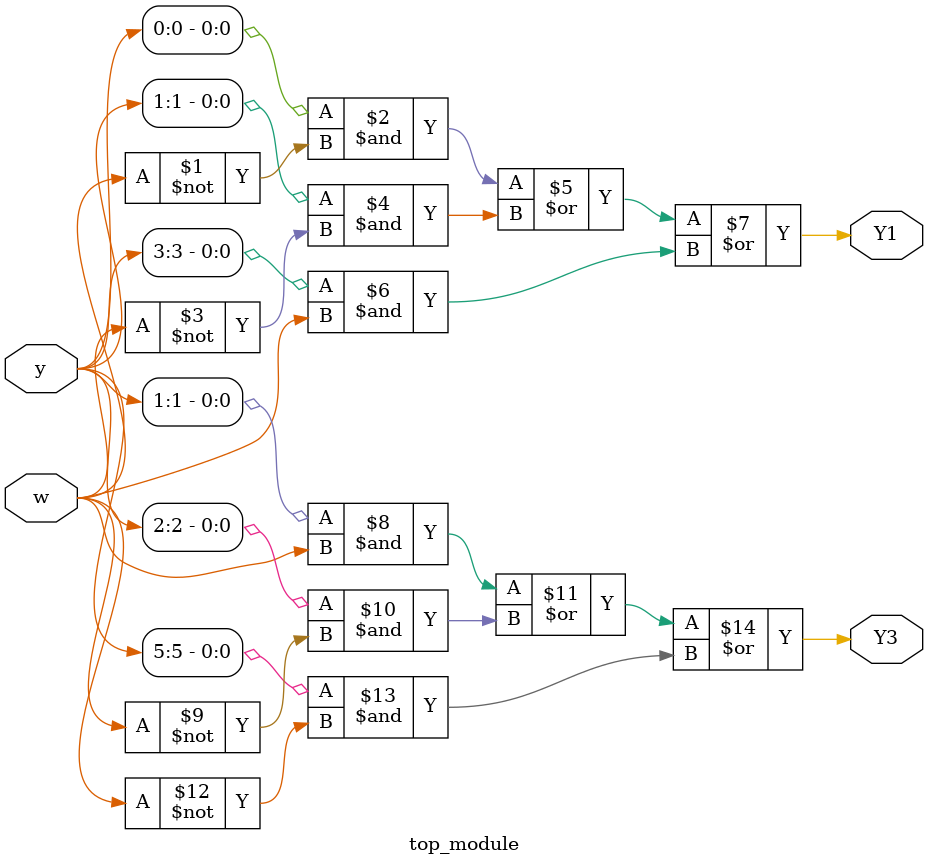
<source format=sv>
module top_module (
    input [5:0] y,
    input w,
    output Y1,
    output Y3
);

// Derive the Verilog for Y1 and Y3 signals based on the state machine diagram and one-hot encoding

// Y1 signal
assign Y1 = (y[0] & ~w) | // A (0) --0--> A
           (y[1] & ~w) | // B (0) --0--> D
           (y[3] & w); // D (0) --1--> F

// Y3 signal
assign Y3 = (y[1] & w) | // B (0) --1--> C
           (y[2] & ~w) | // C (0) --0--> D
           (y[5] & ~w); // F (1) --0--> D
endmodule

</source>
